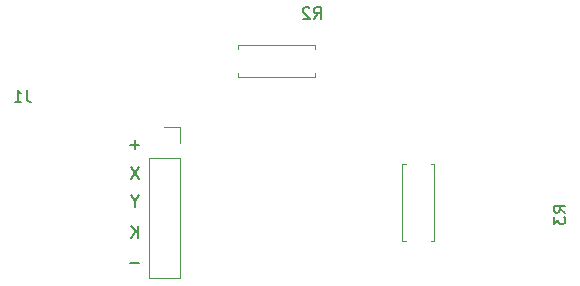
<source format=gbr>
%TF.GenerationSoftware,KiCad,Pcbnew,(6.0.6)*%
%TF.CreationDate,2023-05-18T11:46:39+08:00*%
%TF.ProjectId,JoystickPCB,4a6f7973-7469-4636-9b50-43422e6b6963,rev?*%
%TF.SameCoordinates,Original*%
%TF.FileFunction,Legend,Bot*%
%TF.FilePolarity,Positive*%
%FSLAX46Y46*%
G04 Gerber Fmt 4.6, Leading zero omitted, Abs format (unit mm)*
G04 Created by KiCad (PCBNEW (6.0.6)) date 2023-05-18 11:46:39*
%MOMM*%
%LPD*%
G01*
G04 APERTURE LIST*
%ADD10C,0.150000*%
%ADD11C,0.120000*%
G04 APERTURE END LIST*
D10*
X-11619047Y-5071428D02*
X-12380952Y-5071428D01*
X-11738095Y-2952380D02*
X-11738095Y-1952380D01*
X-12309523Y-2952380D02*
X-11880952Y-2380952D01*
X-12309523Y-1952380D02*
X-11738095Y-2523809D01*
X-12000000Y123809D02*
X-12000000Y-352380D01*
X-11666666Y647619D02*
X-12000000Y123809D01*
X-12333333Y647619D01*
X-11666666Y3047619D02*
X-12333333Y2047619D01*
X-12333333Y3047619D02*
X-11666666Y2047619D01*
X-11619047Y4928571D02*
X-12380952Y4928571D01*
X-12000000Y4547619D02*
X-12000000Y5309523D01*
%TO.C,R3*%
X24452380Y-833333D02*
X23976190Y-500000D01*
X24452380Y-261904D02*
X23452380Y-261904D01*
X23452380Y-642857D01*
X23500000Y-738095D01*
X23547619Y-785714D01*
X23642857Y-833333D01*
X23785714Y-833333D01*
X23880952Y-785714D01*
X23928571Y-738095D01*
X23976190Y-642857D01*
X23976190Y-261904D01*
X23452380Y-1166666D02*
X23452380Y-1785714D01*
X23833333Y-1452380D01*
X23833333Y-1595238D01*
X23880952Y-1690476D01*
X23928571Y-1738095D01*
X24023809Y-1785714D01*
X24261904Y-1785714D01*
X24357142Y-1738095D01*
X24404761Y-1690476D01*
X24452380Y-1595238D01*
X24452380Y-1309523D01*
X24404761Y-1214285D01*
X24357142Y-1166666D01*
%TO.C,R2*%
X3166666Y15547619D02*
X3500000Y16023809D01*
X3738095Y15547619D02*
X3738095Y16547619D01*
X3357142Y16547619D01*
X3261904Y16500000D01*
X3214285Y16452380D01*
X3166666Y16357142D01*
X3166666Y16214285D01*
X3214285Y16119047D01*
X3261904Y16071428D01*
X3357142Y16023809D01*
X3738095Y16023809D01*
X2785714Y16452380D02*
X2738095Y16500000D01*
X2642857Y16547619D01*
X2404761Y16547619D01*
X2309523Y16500000D01*
X2261904Y16452380D01*
X2214285Y16357142D01*
X2214285Y16261904D01*
X2261904Y16119047D01*
X2833333Y15547619D01*
X2214285Y15547619D01*
%TO.C,J1*%
X-21166666Y9547619D02*
X-21166666Y8833333D01*
X-21119047Y8690476D01*
X-21023809Y8595238D01*
X-20880952Y8547619D01*
X-20785714Y8547619D01*
X-22166666Y8547619D02*
X-21595238Y8547619D01*
X-21880952Y8547619D02*
X-21880952Y9547619D01*
X-21785714Y9404761D01*
X-21690476Y9309523D01*
X-21595238Y9261904D01*
D11*
%TO.C,R3*%
X10630000Y3270000D02*
X10960000Y3270000D01*
X13370000Y-3270000D02*
X13370000Y3270000D01*
X10630000Y-3270000D02*
X10630000Y3270000D01*
X10960000Y-3270000D02*
X10630000Y-3270000D01*
X13040000Y-3270000D02*
X13370000Y-3270000D01*
X13370000Y3270000D02*
X13040000Y3270000D01*
%TO.C,R2*%
X3270000Y13370000D02*
X3270000Y13040000D01*
X-3270000Y10630000D02*
X3270000Y10630000D01*
X-3270000Y13370000D02*
X3270000Y13370000D01*
X-3270000Y13040000D02*
X-3270000Y13370000D01*
X-3270000Y10960000D02*
X-3270000Y10630000D01*
X3270000Y10630000D02*
X3270000Y10960000D01*
%TO.C,J1*%
X-8170000Y5080000D02*
X-8170000Y6410000D01*
X-8170000Y3810000D02*
X-10830000Y3810000D01*
X-8170000Y-6410000D02*
X-10830000Y-6410000D01*
X-8170000Y6410000D02*
X-9500000Y6410000D01*
X-10830000Y3810000D02*
X-10830000Y-6410000D01*
X-8170000Y3810000D02*
X-8170000Y-6410000D01*
%TD*%
M02*

</source>
